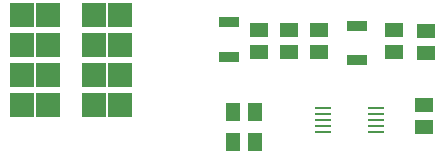
<source format=gtp>
G04 #@! TF.GenerationSoftware,KiCad,Pcbnew,(5.1.6)-1*
G04 #@! TF.CreationDate,2021-02-15T16:03:40+00:00*
G04 #@! TF.ProjectId,DC_Power_Monitor,44435f50-6f77-4657-925f-4d6f6e69746f,rev?*
G04 #@! TF.SameCoordinates,PX2455c20PY82ce540*
G04 #@! TF.FileFunction,Paste,Top*
G04 #@! TF.FilePolarity,Positive*
%FSLAX46Y46*%
G04 Gerber Fmt 4.6, Leading zero omitted, Abs format (unit mm)*
G04 Created by KiCad (PCBNEW (5.1.6)-1) date 2021-02-15 16:03:40*
%MOMM*%
%LPD*%
G01*
G04 APERTURE LIST*
%ADD10R,1.500000X1.300000*%
%ADD11R,1.700000X0.900000*%
%ADD12R,1.300000X1.500000*%
%ADD13R,1.400000X0.290000*%
%ADD14R,2.000000X2.000000*%
G04 APERTURE END LIST*
D10*
X34760000Y19445000D03*
X34760000Y17545000D03*
D11*
X29045000Y23260000D03*
X29045000Y26160000D03*
D12*
X20454800Y18815000D03*
X18554800Y18815000D03*
X20454800Y16275000D03*
X18554800Y16275000D03*
D10*
X20790000Y25795000D03*
X20790000Y23895000D03*
X23330000Y25800000D03*
X23330000Y23900000D03*
X32220000Y25795000D03*
X32220000Y23895000D03*
D13*
X26187500Y19196000D03*
X26187500Y18688000D03*
X26187500Y18180000D03*
X26187500Y17672000D03*
X26187500Y17164000D03*
X30632500Y17164000D03*
X30632500Y17672000D03*
X30632500Y18180000D03*
X30632500Y18688000D03*
X30632500Y19196000D03*
D11*
X18250000Y23535000D03*
X18250000Y26435000D03*
D10*
X25870000Y25795000D03*
X25870000Y23895000D03*
X34887000Y23844200D03*
X34887000Y25744200D03*
D14*
X724000Y27070000D03*
X724000Y24530000D03*
X724000Y19450000D03*
X2883000Y19450000D03*
X2883000Y21990000D03*
X2883000Y24530000D03*
X2883000Y27070000D03*
X724000Y21990000D03*
X6820000Y21990000D03*
X8979000Y27070000D03*
X8979000Y24530000D03*
X8979000Y21990000D03*
X8979000Y19450000D03*
X6820000Y19450000D03*
X6820000Y24530000D03*
X6820000Y27070000D03*
M02*

</source>
